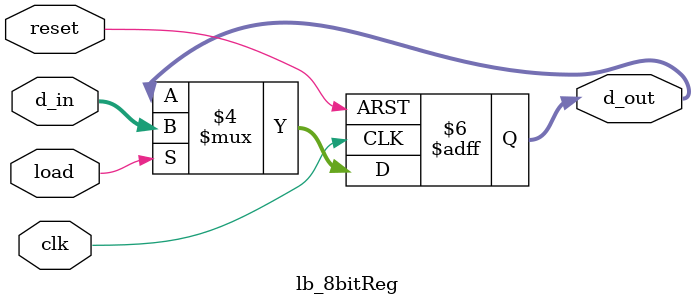
<source format=v>
`timescale 1ns / 1ps
module lb_8bitReg(
    input clk,
    input reset,
    input [7:0] d_in,
    input load,
    output reg [7:0] d_out
    );

	always @ (posedge clk, negedge reset)
		if(!reset)
			d_out <= 8'b0000_0000;
		else if(load)
			d_out <= d_in;
			else
			d_out <= d_out;
endmodule

</source>
